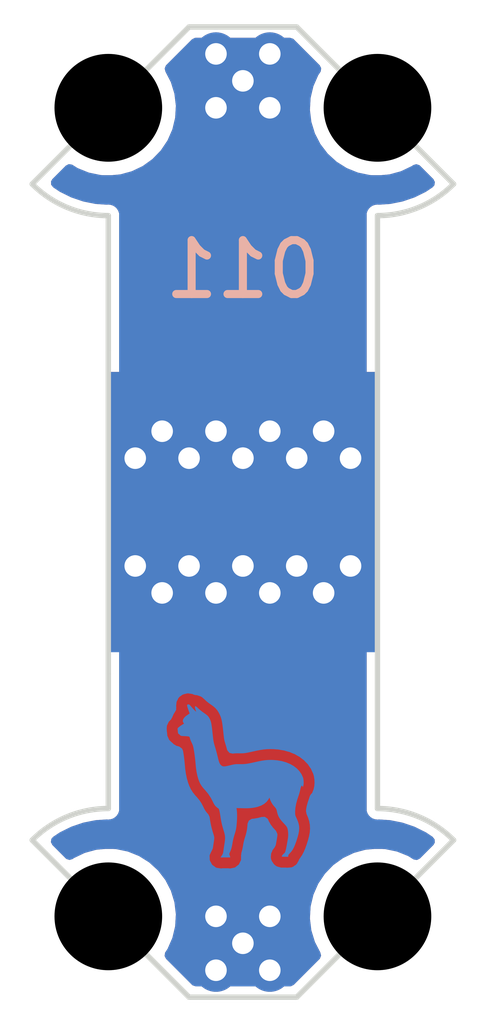
<source format=kicad_pcb>
(kicad_pcb (version 20211014) (generator pcbnew)
  (title_block (title "011 PCB connector") (date "2022-11-07") (rev "2") (company "Halidelabs") (comment 1 "contact@halidelabs.eu"))
  (layers (0 "F.Cu" signal) (31 "B.Cu" signal) (36 "B.SilkS" user "B.Silkscreen") (37 "F.SilkS" user "F.Silkscreen") (38 "B.Mask" user) (39 "F.Mask" user) (44 "Edge.Cuts" user))
  (net 0 "")
  (net 1 "GND")
  (net 2 "Net-(J1-Pad1)")
  (footprint "modular-rf-bench-footprints:M2-hole" (layer "F.Cu") (at 145 90)
    (fp_text reference "H4" hide)
    (fp_text value "M2" hide)
    (pad "" np_thru_hole circle (at 0 0) (size 3.4 3.4) (drill 2) (layers *.Mask))
  )
  (footprint "modular-rf-bench-footprints:edge-connector" (layer "F.Cu") (at 145 82.5 180)
    (fp_text reference "J1")
    (fp_text value "CONN" hide)
    (pad "1" smd rect (at -1.5 0 180) (size 3 0.8) (layers "F.Cu") (net 2 "Net-(J1-Pad1)"))
    (pad "2" thru_hole circle (at -1.5 1 180) (size 0.8 0.8) (drill 0.4) (layers *.Cu) (net 1 "GND"))
    (pad "2" thru_hole circle (at -2.5 1 180) (size 0.8 0.8) (drill 0.4) (layers *.Cu) (net 1 "GND"))
    (pad "2" thru_hole circle (at -1 1.5 180) (size 0.8 0.8) (drill 0.4) (layers *.Cu) (net 1 "GND"))
    (pad "2" smd rect (at -1.5 0 180) (size 3 5.2) (layers "B.Cu") (net 1 "GND"))
    (pad "2" thru_hole circle (at -1.5 -1 180) (size 0.8 0.8) (drill 0.4) (layers *.Cu) (net 1 "GND"))
    (pad "2" smd rect (at -1.5 -1.6 180) (size 3 2) (layers "F.Cu") (net 1 "GND"))
    (pad "2" thru_hole circle (at -1 -1.5 180) (size 0.8 0.8) (drill 0.4) (layers *.Cu) (net 1 "GND"))
    (pad "2" thru_hole circle (at -2 1.5 180) (size 0.8 0.8) (drill 0.4) (layers *.Cu) (net 1 "GND"))
    (pad "2" thru_hole circle (at -0.5 -1 180) (size 0.8 0.8) (drill 0.4) (layers *.Cu) (net 1 "GND"))
    (pad "2" thru_hole circle (at -0.5 1 180) (size 0.8 0.8) (drill 0.4) (layers *.Cu) (net 1 "GND"))
    (pad "2" thru_hole circle (at -2.5 -1 180) (size 0.8 0.8) (drill 0.4) (layers *.Cu) (net 1 "GND"))
    (pad "2" smd rect (at -1.5 1.6 180) (size 3 2) (layers "F.Cu") (net 1 "GND"))
    (pad "2" thru_hole circle (at -2 -1.5 180) (size 0.8 0.8) (drill 0.4) (layers *.Cu) (net 1 "GND"))
  )
  (footprint "modular-rf-bench-footprints:M2-hole" (layer "F.Cu") (at 150 75)
    (fp_text reference "H3" hide)
    (fp_text value "M2" hide)
    (pad "" np_thru_hole circle (at 0 0) (size 3.4 3.4) (drill 2) (layers *.Mask))
  )
  (footprint "modular-rf-bench-footprints:edge-connector" (layer "F.Cu") (at 150 82.5)
    (fp_text reference "J2")
    (fp_text value "CONN" hide)
    (pad "1" smd rect (at -1.5 0) (size 3 0.8) (layers "F.Cu") (net 2 "Net-(J1-Pad1)"))
    (pad "2" thru_hole circle (at -1 1.5) (size 0.8 0.8) (drill 0.4) (layers *.Cu) (net 1 "GND"))
    (pad "2" thru_hole circle (at -1.5 -1) (size 0.8 0.8) (drill 0.4) (layers *.Cu) (net 1 "GND"))
    (pad "2" smd rect (at -1.5 -1.6) (size 3 2) (layers "F.Cu") (net 1 "GND"))
    (pad "2" thru_hole circle (at -1 -1.5) (size 0.8 0.8) (drill 0.4) (layers *.Cu) (net 1 "GND"))
    (pad "2" smd rect (at -1.5 0) (size 3 5.2) (layers "B.Cu") (net 1 "GND"))
    (pad "2" thru_hole circle (at -2.5 1) (size 0.8 0.8) (drill 0.4) (layers *.Cu) (net 1 "GND"))
    (pad "2" thru_hole circle (at -2.5 -1) (size 0.8 0.8) (drill 0.4) (layers *.Cu) (net 1 "GND"))
    (pad "2" thru_hole circle (at -0.5 1) (size 0.8 0.8) (drill 0.4) (layers *.Cu) (net 1 "GND"))
    (pad "2" thru_hole circle (at -1.5 1) (size 0.8 0.8) (drill 0.4) (layers *.Cu) (net 1 "GND"))
    (pad "2" thru_hole circle (at -2 -1.5) (size 0.8 0.8) (drill 0.4) (layers *.Cu) (net 1 "GND"))
    (pad "2" thru_hole circle (at -0.5 -1) (size 0.8 0.8) (drill 0.4) (layers *.Cu) (net 1 "GND"))
    (pad "2" smd rect (at -1.5 1.6) (size 3 2) (layers "F.Cu") (net 1 "GND"))
    (pad "2" thru_hole circle (at -2 1.5) (size 0.8 0.8) (drill 0.4) (layers *.Cu) (net 1 "GND"))
  )
  (footprint "modular-rf-bench-footprints:M2-hole" (layer "F.Cu") (at 145 75)
    (fp_text reference "H1" hide)
    (fp_text value "M2" hide)
    (pad "" np_thru_hole circle (at 0 0) (size 3.4 3.4) (drill 2) (layers *.Mask))
  )
  (footprint "modular-rf-bench-footprints:M2-hole" (layer "F.Cu") (at 150 90)
    (fp_text reference "H2" hide)
    (fp_text value "M2" hide)
    (pad "" np_thru_hole circle (at 0 0) (size 3.4 3.4) (drill 2) (layers *.Mask))
  )
  (footprint "LOGO" (layer "B.Cu") (at 147.5 87.5 180)
    (fp_text reference "G***" hide)
    (fp_text value "LOGO" hide)
    (fp_poly (pts (xy 1.024241 1.430933) (xy 1.032984 1.426298) (xy 1.036499 1.41661) (xy 1.034907 1.400263) (xy 1.028333 1.375651) (xy 1.017065 1.341646) (xy 1.007234 1.313626) (xy 0.998718 1.29012) (xy 0.992386 1.273478) (xy 0.98911 1.26605) (xy 0.989011 1.265929) (xy 0.992402 1.261591) (xy 1.004045 1.252959) (xy 1.021428 1.241896) (xy 1.021593 1.241797) (xy 1.059324 1.215589) (xy 1.088019 1.188125) (xy 1.107104 1.160456) (xy 1.116006 1.133632) (xy 1.114151 1.108706) (xy 1.104222 1.090444) (xy 1.092506 1.075975) (xy 1.126441 1.055533) (xy 1.150548 1.039896) (xy 1.175454 1.022036) (xy 1.188267 1.011968) (xy 1.203899 0.998363) (xy 1.211748 0.988353) (xy 1.213828 0.97793) (xy 1.212298 0.964047) (xy 1.209283 0.9402) (xy 1.207212 0.916024) (xy 1.207135 0.914643) (xy 1.203927 0.895837) (xy 1.195677 0.885245) (xy 1.19228 0.88327) (xy 1.178318 0.873369) (xy 1.166481 0.861378) (xy 1.160445 0.854908) (xy 1.153092 0.850447) (xy 1.141984 0.84748) (xy 1.124682 0.845492) (xy 1.098745 0.843968) (xy 1.080213 0.843154) (xy 1.044421 0.840993) (xy 1.017479 0.837965) (xy 1.000803 0.834254) (xy 0.996763 0.832205) (xy 0.989548 0.821107) (xy 0.984117 0.804087) (xy 0.98359 0.801207) (xy 0.979175 0.785558) (xy 0.970425 0.762721) (xy 0.958842 0.736445) (xy 0.951994 0.72226) (xy 0.941693 0.700954) (xy 0.933668 0.682074) (xy 0.927186 0.662958) (xy 0.921515 0.640941) (xy 0.91592 0.613359) (xy 0.909669 0.577549) (xy 0.905928 0.55487) (xy 0.899093 0.509674) (xy 0.892435 0.459727) (xy 0.88655 0.409913) (xy 0.882034 0.365114) (xy 0.880555 0.347181) (xy 0.872016 0.257469) (xy 0.860391 0.177925) (xy 0.845339 0.106624) (xy 0.826764 0.042377) (xy 0.809419 -0.004277) (xy 0.789715 -0.044964) (xy 0.76555 -0.083099) (xy 0.734819 -0.122102) (xy 0.705329 -0.154907) (xy 0.646344 -0.22515) (xy 0.596235 -0.300953) (xy 0.558773 -0.372681) (xy 0.541867 -0.406709) (xy 0.526644 -0.43219) (xy 0.510964 -0.452374) (xy 0.497049 -0.466524) (xy 0.480447 -0.481231) (xy 0.466912 -0.491787) (xy 0.459303 -0.495969) (xy 0.459199 -0.495972) (xy 0.452033 -0.49989) (xy 0.445115 -0.512218) (xy 0.438199 -0.53382) (xy 0.43104 -0.565559) (xy 0.423393 -0.608297) (xy 0.418587 -0.638791) (xy 0.409728 -0.694595) (xy 0.401188 -0.741915) (xy 0.39209 -0.78461) (xy 0.381553 -0.826535) (xy 0.3687 -0.87155) (xy 0.356459 -0.911416) (xy 0.344169 -0.953183) (xy 0.335935 -0.988995) (xy 0.331577 -1.022192) (xy 0.330916 -1.056113) (xy 0.333773 -1.094097) (xy 0.33997 -1.139482) (xy 0.343158 -1.159336) (xy 0.34909 -1.196237) (xy 0.354629 -1.232404) (xy 0.359276 -1.264446) (xy 0.362528 -1.288971) (xy 0.363307 -1.295728) (xy 0.367706 -1.322729) (xy 0.37579 -1.345027) (xy 0.389971 -1.369066) (xy 0.391722 -1.371674) (xy 0.415839 -1.407322) (xy 0.234602 -1.407322) (xy 0.238791 -1.387173) (xy 0.24398 -1.369319) (xy 0.250235 -1.355611) (xy 0.253151 -1.347485) (xy 0.251724 -1.336439) (xy 0.245252 -1.31956) (xy 0.237613 -1.303269) (xy 0.225612 -1.275858) (xy 0.215393 -1.245956) (xy 0.206295 -1.211045) (xy 0.197654 -1.168609) (xy 0.189495 -1.120476) (xy 0.183449 -1.089204) (xy 0.174528 -1.051485) (xy 0.164039 -1.012546) (xy 0.155412 -0.984083) (xy 0.143612 -0.946382) (xy 0.1345 -0.913818) (xy 0.127523 -0.883315) (xy 0.122129 -0.851795) (xy 0.117764 -0.81618) (xy 0.113877 -0.773393) (xy 0.11116 -0.737759) (xy 0.107996 -0.675871) (xy 0.107514 -0.616631) (xy 0.109659 -0.563012) (xy 0.114371 -0.517987) (xy 0.11558 -0.510487) (xy 0.118961 -0.490903) (xy 0.007836 -0.494336) (xy -0.064637 -0.495248) (xy -0.127691 -0.492994) (xy -0.183955 -0.487325) (xy -0.236062 -0.477989) (xy -0.278777 -0.467062) (xy -0.342651 -0.443745) (xy -0.396244 -0.41372) (xy -0.439819 -0.376801) (xy -0.47364 -0.3328) (xy -0.4773 -0.326608) (xy -0.494416 -0.296736) (xy -0.498776 -0.314108) (xy -0.510693 -0.348417) (xy -0.529136 -0.386271) (xy -0.551447 -0.422891) (xy -0.574965 -0.453494) (xy -0.578457 -0.457297) (xy -0.598857 -0.479512) (xy -0.612541 -0.49708) (xy -0.621638 -0.514042) (xy -0.628277 -0.534439) (xy -0.634588 -0.562311) (xy -0.635104 -0.564798) (xy -0.646596 -0.608376) (xy -0.662899 -0.648185) (xy -0.685498 -0.686779) (xy -0.715877 -0.726712) (xy -0.753202 -0.768121) (xy -0.779544 -0.796187) (xy -0.798478 -0.817773) (xy -0.811553 -0.834974) (xy -0.820319 -0.849882) (xy -0.826326 -0.864593) (xy -0.827642 -0.868695) (xy -0.835962 -0.906128) (xy -0.840837 -0.950183) (xy -0.84194 -0.99548) (xy -0.838942 -1.036641) (xy -0.838212 -1.041542) (xy -0.826824 -1.111224) (xy -0.816742 -1.169454) (xy -0.807769 -1.217088) (xy -0.799708 -1.254983) (xy -0.79236 -1.283995) (xy -0.785528 -1.304979) (xy -0.779014 -1.318793) (xy -0.772621 -1.326291) (xy -0.772415 -1.326436) (xy -0.754117 -1.341596) (xy -0.737603 -1.359376) (xy -0.726256 -1.375897) (xy -0.723607 -1.382359) (xy -0.722795 -1.388066) (xy -0.725379 -1.391719) (xy -0.73349 -1.393774) (xy -0.749257 -1.394689) (xy -0.774809 -1.394919) (xy -0.782205 -1.394923) (xy -0.844088 -1.394923) (xy -0.842662 -1.377874) (xy -0.84391 -1.366947) (xy -0.850527 -1.354503) (xy -0.864069 -1.338151) (xy -0.877979 -1.323627) (xy -0.903666 -1.294183) (xy -0.927043 -1.259656) (xy -0.948996 -1.218336) (xy -0.970411 -1.168512) (xy -0.992172 -1.108474) (xy -0.997295 -1.093113) (xy -1.018181 -1.026132) (xy -1.033347 -0.968086) (xy -1.042762 -0.916897) (xy -1.046397 -0.870482) (xy -1.044223 -0.826761) (xy -1.036208 -0.783655) (xy -1.022324 -0.739082) (xy -1.00254 -0.690961) (xy -0.991164 -0.666463) (xy -0.981974 -0.646491) (xy -0.976012 -0.630289) (xy -0.9726 -0.614151) (xy -0.971061 -0.594372) (xy -0.970717 -0.567246) (xy -0.970756 -0.554869) (xy -0.975499 -0.488191) (xy -0.989046 -0.413576) (xy -1.011256 -0.331676) (xy -1.032127 -0.269685) (xy -1.043003 -0.237176) (xy -1.053214 -0.202425) (xy -1.061168 -0.171016) (xy -1.06365 -0.159127) (xy -1.071266 -0.125011) (xy -1.079527 -0.099128) (xy -1.087894 -0.082308) (xy -1.095834 -0.07538) (xy -1.10281 -0.079173) (xy -1.107525 -0.091219) (xy -1.110388 -0.101195) (xy -1.113023 -0.102109) (xy -1.117171 -0.092932) (xy -1.120634 -0.083469) (xy -1.127172 -0.054501) (xy -1.129564 -0.018502) (xy -1.127928 0.019917) (xy -1.122379 0.056142) (xy -1.116607 0.076675) (xy -1.088252 0.138399) (xy -1.049271 0.19473) (xy -1.0004 0.245235) (xy -0.942378 0.28948) (xy -0.875942 0.327034) (xy -0.80183 0.357464) (xy -0.720777 0.380337) (xy -0.633523 0.395219) (xy -0.564169 0.400891) (xy -0.511504 0.402113) (xy -0.461063 0.400577) (xy -0.409901 0.395957) (xy -0.35507 0.387925) (xy -0.293622 0.376156) (xy -0.244953 0.365485) (xy -0.1873 0.352564) (xy -0.139441 0.342452) (xy -0.099167 0.334845) (xy -0.06427 0.32944) (xy -0.03254 0.325931) (xy -0.001771 0.324016) (xy 0.030248 0.32339) (xy 0.059172 0.323629) (xy 0.092835 0.324024) (xy 0.119398 0.323621) (xy 0.14238 0.321984) (xy 0.165303 0.318683) (xy 0.191687 0.313283) (xy 0.225054 0.305353) (xy 0.242142 0.301126) (xy 0.28535 0.290848) (xy 0.318742 0.284267) (xy 0.34434 0.281392) (xy 0.364166 0.282228) (xy 0.380242 0.286785) (xy 0.394589 0.295068) (xy 0.403067 0.30171) (xy 0.415699 0.313971) (xy 0.426405 0.328696) (xy 0.435955 0.347767) (xy 0.445119 0.373066) (xy 0.454667 0.406473) (xy 0.46537 0.449872) (xy 0.46757 0.459281) (xy 0.478104 0.502297) (xy 0.490799 0.550568) (xy 0.504142 0.598527) (xy 0.516623 0.640607) (xy 0.518029 0.645117) (xy 0.527344 0.675477) (xy 0.534738 0.701766) (xy 0.540691 0.726574) (xy 0.545684 0.752494) (xy 0.550194 0.782117) (xy 0.554702 0.818035) (xy 0.559688 0.862838) (xy 0.561555 0.880352) (xy 0.568213 0.941628) (xy 0.574136 0.992075) (xy 0.579611 1.033223) (xy 0.58492 1.066601) (xy 0.590347 1.093737) (xy 0.596176 1.11616) (xy 0.602691 1.1354) (xy 0.610177 1.152985) (xy 0.613443 1.159771) (xy 0.625885 1.183287) (xy 0.638553 1.202582) (xy 0.653589 1.219845) (xy 0.673135 1.237267) (xy 0.699335 1.257038) (xy 0.72846 1.277342) (xy 0.758266 1.298913) (xy 0.789259 1.323308) (xy 0.817087 1.347014) (xy 0.832066 1.361029) (xy 0.850896 1.378662) (xy 0.867122 1.391944) (xy 0.878413 1.399057) (xy 0.881664 1.399683) (xy 0.889806 1.390913) (xy 0.890774 1.372925) (xy 0.884578 1.346604) (xy 0.880786 1.335766) (xy 0.873898 1.316694) (xy 0.869239 1.30253) (xy 0.867952 1.297258) (xy 0.87175 1.298406) (xy 0.881918 1.306969) (xy 0.896618 1.321068) (xy 0.914013 1.338821) (xy 0.932266 1.358352) (xy 0.949538 1.377779) (xy 0.963993 1.395225) (xy 0.964968 1.396473) (xy 0.981284 1.416118) (xy 0.993695 1.427188) (xy 1.004752 1.431697) (xy 1.010147 1.432121)) (layer "B.Cu") (width 0) (fill solid))
  )
  (gr_arc (start 150 88) (mid 150.765367 88.152241) (end 151.414214 88.585786) (layer "Edge.Cuts") (width 0.1))
  (gr_arc (start 151.414214 76.414214) (mid 150.765367 76.84776) (end 150 77) (layer "Edge.Cuts") (width 0.1))
  (gr_line (start 145 79.5) (end 145 85.5) (layer "Edge.Cuts") (width 0.1))
  (gr_line (start 146.5 73.5) (end 143.585786 76.414214) (layer "Edge.Cuts") (width 0.1))
  (gr_line (start 148.5 73.5) (end 146.5 73.5) (layer "Edge.Cuts") (width 0.1))
  (gr_line (start 143.585786 88.585786) (end 146.5 91.5) (layer "Edge.Cuts") (width 0.1))
  (gr_line (start 150 77) (end 150 88) (layer "Edge.Cuts") (width 0.1))
  (gr_line (start 145 85.5) (end 145 88) (layer "Edge.Cuts") (width 0.1))
  (gr_arc (start 143.585786 88.585786) (mid 144.234633 88.15224) (end 145 88) (layer "Edge.Cuts") (width 0.1))
  (gr_line (start 148.5 91.5) (end 151.414214 88.585786) (layer "Edge.Cuts") (width 0.1))
  (gr_line (start 145 77) (end 145 79.5) (layer "Edge.Cuts") (width 0.1))
  (gr_line (start 146.5 91.5) (end 148.5 91.5) (layer "Edge.Cuts") (width 0.1))
  (gr_arc (start 145 77) (mid 144.234633 76.847759) (end 143.585786 76.414214) (layer "Edge.Cuts") (width 0.1))
  (gr_line (start 151.414214 76.414214) (end 148.5 73.5) (layer "Edge.Cuts") (width 0.1))
  (gr_text "011" (at 147.5 78) (layer "B.SilkS") (effects (font (size 1 1)) (justify mirror)))
  (via (at 147 74) (size 0.8) (drill 0.4) (layers "F.Cu" "B.Cu") (net 1))
  (via (at 148 75) (size 0.8) (drill 0.4) (layers "F.Cu" "B.Cu") (net 1))
  (via (at 147.5 90.5) (size 0.8) (drill 0.4) (layers "F.Cu" "B.Cu") (net 1))
  (via (at 148 91) (size 0.8) (drill 0.4) (layers "F.Cu" "B.Cu") (net 1))
  (via (at 147 91) (size 0.8) (drill 0.4) (layers "F.Cu" "B.Cu") (net 1))
  (via (at 148 74) (size 0.8) (drill 0.4) (layers "F.Cu" "B.Cu") (net 1))
  (via (at 147.5 74.5) (size 0.8) (drill 0.4) (layers "F.Cu" "B.Cu") (net 1))
  (via (at 147 90) (size 0.8) (drill 0.4) (layers "F.Cu" "B.Cu") (net 1))
  (via (at 148 90) (size 0.8) (drill 0.4) (layers "F.Cu" "B.Cu") (net 1))
  (via (at 147 75) (size 0.8) (drill 0.4) (layers "F.Cu" "B.Cu") (net 1))
  (zone (net 1) (net_name "GND") (layers F&B.Cu) (connect_pads yes (clearance 0.2)) (min_thickness 0.2) (fill yes (thermal_gap 0.508) (thermal_bridge_width 0.508))
    (polygon (pts (xy 152 92) (xy 143 92) (xy 143 73) (xy 152 73)))
  )
)
</source>
